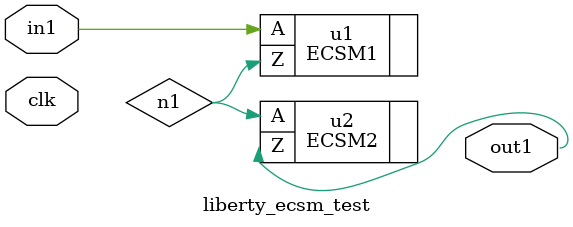
<source format=v>
module liberty_ecsm_test (
  input clk,
  input in1,
  output out1
);

  wire n1;

  ECSM1 u1 (
    .A(in1),
    .Z(n1)
  );

  ECSM2 u2 (
    .A(n1),
    .Z(out1)
  );

endmodule

</source>
